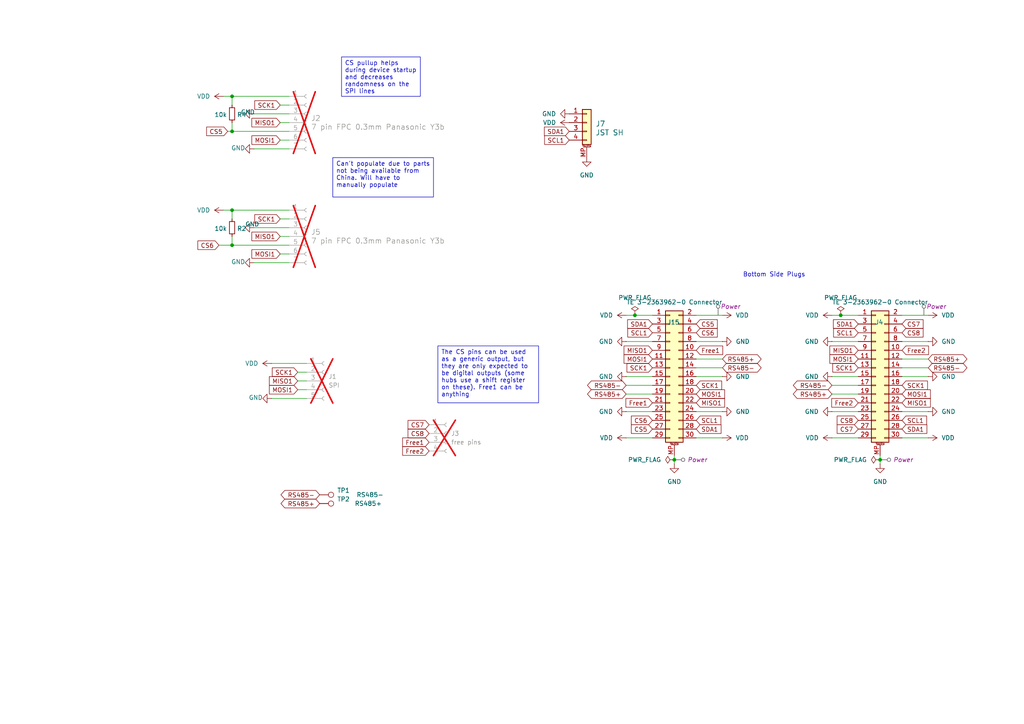
<source format=kicad_sch>
(kicad_sch (version 20231120) (generator "eeschema") (generator_version "8.0")
  (paper "A4")
  (title_block (title "Two connector sensor board") (date "2024-12-27") (rev "V1") (company "Author: Asher Edwards"))
  (lib_symbols
    (symbol "Connector:Conn_01x04_Socket" (pin_names (offset 1.016) hide)
      (property "Reference" "J" (at 0 5.08 0))
      (property "Value" "Conn_01x04_Socket" (at 0 -7.62 0))
      (symbol "Conn_01x04_Socket_1_1"
        (arc (start 0 -4.572) (mid -0.5058 -5.08) (end 0 -5.588) (stroke (width 0.1524)))
        (arc (start 0 -2.032) (mid -0.5058 -2.54) (end 0 -3.048) (stroke (width 0.1524)))
        (polyline (pts (xy -1.27 -5.08) (xy -0.508 -5.08)) (stroke (width 0.1524)))
        (polyline (pts (xy -1.27 -2.54) (xy -0.508 -2.54)) (stroke (width 0.1524)))
        (polyline (pts (xy -1.27 0) (xy -0.508 0)) (stroke (width 0.1524)))
        (polyline (pts (xy -1.27 2.54) (xy -0.508 2.54)) (stroke (width 0.1524)))
        (arc (start 0 0.508) (mid -0.5058 0) (end 0 -0.508) (stroke (width 0.1524)))
        (arc (start 0 3.048) (mid -0.5058 2.54) (end 0 2.032) (stroke (width 0.1524)))
        (pin passive line (at -5.08 2.54 0) (length 3.81) (name "Pin_1") (number "1"))
        (pin passive line (at -5.08 0 0) (length 3.81) (name "Pin_2") (number "2"))
        (pin passive line (at -5.08 -2.54 0) (length 3.81) (name "Pin_3") (number "3"))
        (pin passive line (at -5.08 -5.08 0) (length 3.81) (name "Pin_4") (number "4"))
      )
    )
    (symbol "Connector:Conn_01x05_Socket" (pin_names (offset 1.016) hide)
      (property "Reference" "J" (at 0 7.62 0))
      (property "Value" "Conn_01x05_Socket" (at 0 -7.62 0))
      (symbol "Conn_01x05_Socket_1_1"
        (arc (start 0 -4.572) (mid -0.5058 -5.08) (end 0 -5.588) (stroke (width 0.1524)))
        (arc (start 0 -2.032) (mid -0.5058 -2.54) (end 0 -3.048) (stroke (width 0.1524)))
        (polyline (pts (xy -1.27 -5.08) (xy -0.508 -5.08)) (stroke (width 0.1524)))
        (polyline (pts (xy -1.27 -2.54) (xy -0.508 -2.54)) (stroke (width 0.1524)))
        (polyline (pts (xy -1.27 0) (xy -0.508 0)) (stroke (width 0.1524)))
        (polyline (pts (xy -1.27 2.54) (xy -0.508 2.54)) (stroke (width 0.1524)))
        (polyline (pts (xy -1.27 5.08) (xy -0.508 5.08)) (stroke (width 0.1524)))
        (arc (start 0 0.508) (mid -0.5058 0) (end 0 -0.508) (stroke (width 0.1524)))
        (arc (start 0 3.048) (mid -0.5058 2.54) (end 0 2.032) (stroke (width 0.1524)))
        (arc (start 0 5.588) (mid -0.5058 5.08) (end 0 4.572) (stroke (width 0.1524)))
        (pin passive line (at -5.08 5.08 0) (length 3.81) (name "Pin_1") (number "1"))
        (pin passive line (at -5.08 2.54 0) (length 3.81) (name "Pin_2") (number "2"))
        (pin passive line (at -5.08 0 0) (length 3.81) (name "Pin_3") (number "3"))
        (pin passive line (at -5.08 -2.54 0) (length 3.81) (name "Pin_4") (number "4"))
        (pin passive line (at -5.08 -5.08 0) (length 3.81) (name "Pin_5") (number "5"))
      )
    )
    (symbol "Connector:Conn_01x07_Socket" (pin_names (offset 1.016) hide)
      (property "Reference" "J" (at 0 10.16 0))
      (property "Value" "Conn_01x07_Socket" (at 0 -10.16 0))
      (symbol "Conn_01x07_Socket_1_1"
        (arc (start 0 -7.112) (mid -0.5058 -7.62) (end 0 -8.128) (stroke (width 0.1524)))
        (arc (start 0 -4.572) (mid -0.5058 -5.08) (end 0 -5.588) (stroke (width 0.1524)))
        (arc (start 0 -2.032) (mid -0.5058 -2.54) (end 0 -3.048) (stroke (width 0.1524)))
        (polyline (pts (xy -1.27 -7.62) (xy -0.508 -7.62)) (stroke (width 0.1524)))
        (polyline (pts (xy -1.27 -5.08) (xy -0.508 -5.08)) (stroke (width 0.1524)))
        (polyline (pts (xy -1.27 -2.54) (xy -0.508 -2.54)) (stroke (width 0.1524)))
        (polyline (pts (xy -1.27 0) (xy -0.508 0)) (stroke (width 0.1524)))
        (polyline (pts (xy -1.27 2.54) (xy -0.508 2.54)) (stroke (width 0.1524)))
        (polyline (pts (xy -1.27 5.08) (xy -0.508 5.08)) (stroke (width 0.1524)))
        (polyline (pts (xy -1.27 7.62) (xy -0.508 7.62)) (stroke (width 0.1524)))
        (arc (start 0 0.508) (mid -0.5058 0) (end 0 -0.508) (stroke (width 0.1524)))
        (arc (start 0 3.048) (mid -0.5058 2.54) (end 0 2.032) (stroke (width 0.1524)))
        (arc (start 0 5.588) (mid -0.5058 5.08) (end 0 4.572) (stroke (width 0.1524)))
        (arc (start 0 8.128) (mid -0.5058 7.62) (end 0 7.112) (stroke (width 0.1524)))
        (pin passive line (at -5.08 7.62 0) (length 3.81) (name "Pin_1") (number "1"))
        (pin passive line (at -5.08 5.08 0) (length 3.81) (name "Pin_2") (number "2"))
        (pin passive line (at -5.08 2.54 0) (length 3.81) (name "Pin_3") (number "3"))
        (pin passive line (at -5.08 0 0) (length 3.81) (name "Pin_4") (number "4"))
        (pin passive line (at -5.08 -2.54 0) (length 3.81) (name "Pin_5") (number "5"))
        (pin passive line (at -5.08 -5.08 0) (length 3.81) (name "Pin_6") (number "6"))
        (pin passive line (at -5.08 -7.62 0) (length 3.81) (name "Pin_7") (number "7"))
      )
    )
    (symbol "Connector:TestPoint" (pin_numbers hide) (pin_names (offset 0.762) hide)
      (property "Reference" "TP" (at 0 6.858 0))
      (property "Value" "TestPoint" (at 0 5.08 0))
      (symbol "TestPoint_0_1"
        (circle (center 0 3.302) (radius 0.762))
      )
      (symbol "TestPoint_1_1"
        (pin passive line (at 0 0 90) (length 2.54) (name "1") (number "1"))
      )
    )
    (symbol "Connector_Generic_MountingPin:Conn_01x04_MountingPin" (pin_names (offset 1.016) hide)
      (property "Reference" "J" (at 0 5.08 0))
      (property "Value" "Conn_01x04_MountingPin" (at 1.27 -7.62 0))
      (symbol "Conn_01x04_MountingPin_1_1"
        (rectangle (start -1.27 -4.953) (end 0 -5.207) (stroke (width 0.1524)))
        (rectangle (start -1.27 -2.413) (end 0 -2.667) (stroke (width 0.1524)))
        (rectangle (start -1.27 0.127) (end 0 -0.127) (stroke (width 0.1524)))
        (rectangle (start -1.27 2.667) (end 0 2.413) (stroke (width 0.1524)))
        (rectangle (start -1.27 3.81) (end 1.27 -6.35) (stroke (width 0.254)) (fill (type background)))
        (polyline (pts (xy -1.016 -7.112) (xy 1.016 -7.112)) (stroke (width 0.1524)))
        (text "Mounting" (at 0 -6.731 0) (effects (font (size 0.381 0.381))))
        (pin passive line (at -5.08 2.54 0) (length 3.81) (name "Pin_1") (number "1"))
        (pin passive line (at -5.08 0 0) (length 3.81) (name "Pin_2") (number "2"))
        (pin passive line (at -5.08 -2.54 0) (length 3.81) (name "Pin_3") (number "3"))
        (pin passive line (at -5.08 -5.08 0) (length 3.81) (name "Pin_4") (number "4"))
        (pin passive line (at 0 -10.16 90) (length 3.048) (name "MountPin") (number "MP"))
      )
    )
    (symbol "Connector_Generic_MountingPin:Conn_02x15_Odd_Even_MountingPin" (pin_names (offset 1.016) hide)
      (property "Reference" "J" (at 1.27 20.32 0))
      (property "Value" "Conn_02x15_Odd_Even_MountingPin" (at 2.54 -20.32 0))
      (symbol "Conn_02x15_Odd_Even_MountingPin_1_1"
        (rectangle (start -1.27 -17.653) (end 0 -17.907) (stroke (width 0.1524)))
        (rectangle (start -1.27 -15.113) (end 0 -15.367) (stroke (width 0.1524)))
        (rectangle (start -1.27 -12.573) (end 0 -12.827) (stroke (width 0.1524)))
        (rectangle (start -1.27 -10.033) (end 0 -10.287) (stroke (width 0.1524)))
        (rectangle (start -1.27 -7.493) (end 0 -7.747) (stroke (width 0.1524)))
        (rectangle (start -1.27 -4.953) (end 0 -5.207) (stroke (width 0.1524)))
        (rectangle (start -1.27 -2.413) (end 0 -2.667) (stroke (width 0.1524)))
        (rectangle (start -1.27 0.127) (end 0 -0.127) (stroke (width 0.1524)))
        (rectangle (start -1.27 2.667) (end 0 2.413) (stroke (width 0.1524)))
        (rectangle (start -1.27 5.207) (end 0 4.953) (stroke (width 0.1524)))
        (rectangle (start -1.27 7.747) (end 0 7.493) (stroke (width 0.1524)))
        (rectangle (start -1.27 10.287) (end 0 10.033) (stroke (width 0.1524)))
        (rectangle (start -1.27 12.827) (end 0 12.573) (stroke (width 0.1524)))
        (rectangle (start -1.27 15.367) (end 0 15.113) (stroke (width 0.1524)))
        (rectangle (start -1.27 17.907) (end 0 17.653) (stroke (width 0.1524)))
        (rectangle (start -1.27 19.05) (end 3.81 -19.05) (stroke (width 0.254)) (fill (type background)))
        (polyline (pts (xy 0.254 -19.812) (xy 2.286 -19.812)) (stroke (width 0.1524)))
        (rectangle (start 3.81 -17.653) (end 2.54 -17.907) (stroke (width 0.1524)))
        (rectangle (start 3.81 -15.113) (end 2.54 -15.367) (stroke (width 0.1524)))
        (rectangle (start 3.81 -12.573) (end 2.54 -12.827) (stroke (width 0.1524)))
        (rectangle (start 3.81 -10.033) (end 2.54 -10.287) (stroke (width 0.1524)))
        (rectangle (start 3.81 -7.493) (end 2.54 -7.747) (stroke (width 0.1524)))
        (rectangle (start 3.81 -4.953) (end 2.54 -5.207) (stroke (width 0.1524)))
        (rectangle (start 3.81 -2.413) (end 2.54 -2.667) (stroke (width 0.1524)))
        (rectangle (start 3.81 0.127) (end 2.54 -0.127) (stroke (width 0.1524)))
        (rectangle (start 3.81 2.667) (end 2.54 2.413) (stroke (width 0.1524)))
        (rectangle (start 3.81 5.207) (end 2.54 4.953) (stroke (width 0.1524)))
        (rectangle (start 3.81 7.747) (end 2.54 7.493) (stroke (width 0.1524)))
        (rectangle (start 3.81 10.287) (end 2.54 10.033) (stroke (width 0.1524)))
        (rectangle (start 3.81 12.827) (end 2.54 12.573) (stroke (width 0.1524)))
        (rectangle (start 3.81 15.367) (end 2.54 15.113) (stroke (width 0.1524)))
        (rectangle (start 3.81 17.907) (end 2.54 17.653) (stroke (width 0.1524)))
        (text "Mounting" (at 1.27 -19.431 0) (effects (font (size 0.381 0.381))))
        (pin passive line (at -5.08 17.78 0) (length 3.81) (name "Pin_1") (number "1"))
        (pin passive line (at 7.62 7.62 180) (length 3.81) (name "Pin_10") (number "10"))
        (pin passive line (at -5.08 5.08 0) (length 3.81) (name "Pin_11") (number "11"))
        (pin passive line (at 7.62 5.08 180) (length 3.81) (name "Pin_12") (number "12"))
        (pin passive line (at -5.08 2.54 0) (length 3.81) (name "Pin_13") (number "13"))
        (pin passive line (at 7.62 2.54 180) (length 3.81) (name "Pin_14") (number "14"))
        (pin passive line (at -5.08 0 0) (length 3.81) (name "Pin_15") (number "15"))
        (pin passive line (at 7.62 0 180) (length 3.81) (name "Pin_16") (number "16"))
        (pin passive line (at -5.08 -2.54 0) (length 3.81) (name "Pin_17") (number "17"))
        (pin passive line (at 7.62 -2.54 180) (length 3.81) (name "Pin_18") (number "18"))
        (pin passive line (at -5.08 -5.08 0) (length 3.81) (name "Pin_19") (number "19"))
        (pin passive line (at 7.62 17.78 180) (length 3.81) (name "Pin_2") (number "2"))
        (pin passive line (at 7.62 -5.08 180) (length 3.81) (name "Pin_20") (number "20"))
        (pin passive line (at -5.08 -7.62 0) (length 3.81) (name "Pin_21") (number "21"))
        (pin passive line (at 7.62 -7.62 180) (length 3.81) (name "Pin_22") (number "22"))
        (pin passive line (at -5.08 -10.16 0) (length 3.81) (name "Pin_23") (number "23"))
        (pin passive line (at 7.62 -10.16 180) (length 3.81) (name "Pin_24") (number "24"))
        (pin passive line (at -5.08 -12.7 0) (length 3.81) (name "Pin_25") (number "25"))
        (pin passive line (at 7.62 -12.7 180) (length 3.81) (name "Pin_26") (number "26"))
        (pin passive line (at -5.08 -15.24 0) (length 3.81) (name "Pin_27") (number "27"))
        (pin passive line (at 7.62 -15.24 180) (length 3.81) (name "Pin_28") (number "28"))
        (pin passive line (at -5.08 -17.78 0) (length 3.81) (name "Pin_29") (number "29"))
        (pin passive line (at -5.08 15.24 0) (length 3.81) (name "Pin_3") (number "3"))
        (pin passive line (at 7.62 -17.78 180) (length 3.81) (name "Pin_30") (number "30"))
        (pin passive line (at 7.62 15.24 180) (length 3.81) (name "Pin_4") (number "4"))
        (pin passive line (at -5.08 12.7 0) (length 3.81) (name "Pin_5") (number "5"))
        (pin passive line (at 7.62 12.7 180) (length 3.81) (name "Pin_6") (number "6"))
        (pin passive line (at -5.08 10.16 0) (length 3.81) (name "Pin_7") (number "7"))
        (pin passive line (at 7.62 10.16 180) (length 3.81) (name "Pin_8") (number "8"))
        (pin passive line (at -5.08 7.62 0) (length 3.81) (name "Pin_9") (number "9"))
        (pin passive line (at 1.27 -22.86 90) (length 3.048) (name "MountPin") (number "MP"))
      )
    )
    (symbol "Device:R_Small" (pin_numbers hide) (pin_names (offset 0.254) hide)
      (property "Reference" "R" (at 0.762 0.508 0))
      (property "Value" "R_Small" (at 0.762 -1.016 0))
      (symbol "R_Small_0_1"
        (rectangle (start -0.762 1.778) (end 0.762 -1.778) (stroke (width 0.2032)))
      )
      (symbol "R_Small_1_1"
        (pin passive line (at 0 2.54 270) (length 0.762) (name "~") (number "1"))
        (pin passive line (at 0 -2.54 90) (length 0.762) (name "~") (number "2"))
      )
    )
    (symbol "power:GND" (power) (pin_numbers hide) (pin_names (offset 0) hide)
      (property "Value" "GND" (at 0 -3.81 0))
      (symbol "GND_0_1"
        (polyline (pts (xy 0 0) (xy 0 -1.27) (xy 1.27 -1.27) (xy 0 -2.54) (xy -1.27 -1.27) (xy 0 -1.27)))
      )
      (symbol "GND_1_1"
        (pin power_in line (at 0 0 270) (length 0) (name "~") (number "1"))
      )
    )
    (symbol "power:PWR_FLAG" (power) (pin_numbers hide) (pin_names (offset 0) hide)
      (property "Value" "PWR_FLAG" (at 0 3.81 0))
      (symbol "PWR_FLAG_0_0"
        (pin power_out line (at 0 0 90) (length 0) (name "~") (number "1"))
      )
      (symbol "PWR_FLAG_0_1"
        (polyline (pts (xy 0 0) (xy 0 1.27) (xy -1.016 1.905) (xy 0 2.54) (xy 1.016 1.905) (xy 0 1.27)))
      )
    )
    (symbol "power:VDD" (power) (pin_numbers hide) (pin_names (offset 0) hide)
      (property "Value" "VDD" (at 0 3.556 0))
      (symbol "VDD_0_1"
        (polyline (pts (xy -0.762 1.27) (xy 0 2.54)))
        (polyline (pts (xy 0 0) (xy 0 2.54)))
        (polyline (pts (xy 0 2.54) (xy 0.762 1.27)))
      )
      (symbol "VDD_1_1"
        (pin power_in line (at 0 0 90) (length 0) (name "~") (number "1"))
      )
    )
  )
  (junction (at 243.84 91.44))
  (junction (at 255.27 133.35))
  (junction (at 67.31 27.94))
  (junction (at 67.31 60.96))
  (junction (at 67.31 38.1))
  (junction (at 67.31 71.12))
  (junction (at 184.15 91.44))
  (junction (at 195.58 133.35))
  (wire (pts (xy 67.31 38.1) (xy 83.82 38.1)))
  (wire (pts (xy 67.31 68.58) (xy 67.31 71.12)))
  (wire (pts (xy 66.04 38.1) (xy 67.31 38.1)))
  (wire (pts (xy 181.61 119.38) (xy 189.23 119.38)))
  (wire (pts (xy 81.28 68.58) (xy 83.82 68.58)))
  (wire (pts (xy 209.55 127) (xy 201.93 127)))
  (wire (pts (xy 81.28 63.5) (xy 83.82 63.5)))
  (wire (pts (xy 184.15 91.44) (xy 189.23 91.44)))
  (wire (pts (xy 64.77 60.96) (xy 67.31 60.96)))
  (wire (pts (xy 195.58 134.62) (xy 195.58 133.35)))
  (wire (pts (xy 181.61 127) (xy 189.23 127)))
  (wire (pts (xy 63.5 71.12) (xy 67.31 71.12)))
  (wire (pts (xy 67.31 60.96) (xy 83.82 60.96)))
  (wire (pts (xy 269.24 99.06) (xy 261.62 99.06)))
  (wire (pts (xy 81.28 35.56) (xy 83.82 35.56)))
  (wire (pts (xy 78.74 115.57) (xy 88.9 115.57)))
  (wire (pts (xy 67.31 27.94) (xy 83.82 27.94)))
  (wire (pts (xy 269.24 104.14) (xy 261.62 104.14)))
  (wire (pts (xy 209.55 106.68) (xy 201.93 106.68)))
  (wire (pts (xy 67.31 35.56) (xy 67.31 38.1)))
  (wire (pts (xy 241.3 99.06) (xy 248.92 99.06)))
  (wire (pts (xy 209.55 109.22) (xy 201.93 109.22)))
  (wire (pts (xy 209.55 104.14) (xy 201.93 104.14)))
  (wire (pts (xy 269.24 119.38) (xy 261.62 119.38)))
  (wire (pts (xy 181.61 91.44) (xy 184.15 91.44)))
  (wire (pts (xy 195.58 133.35) (xy 195.58 132.08)))
  (wire (pts (xy 241.3 119.38) (xy 248.92 119.38)))
  (wire (pts (xy 255.27 133.35) (xy 255.27 132.08)))
  (wire (pts (xy 241.3 127) (xy 248.92 127)))
  (wire (pts (xy 181.61 114.3) (xy 189.23 114.3)))
  (wire (pts (xy 81.28 73.66) (xy 83.82 73.66)))
  (wire (pts (xy 81.28 40.64) (xy 83.82 40.64)))
  (wire (pts (xy 241.3 91.44) (xy 243.84 91.44)))
  (wire (pts (xy 241.3 111.76) (xy 248.92 111.76)))
  (wire (pts (xy 64.77 27.94) (xy 67.31 27.94)))
  (wire (pts (xy 241.3 114.3) (xy 248.92 114.3)))
  (wire (pts (xy 269.24 127) (xy 261.62 127)))
  (wire (pts (xy 181.61 99.06) (xy 189.23 99.06)))
  (wire (pts (xy 81.28 30.48) (xy 83.82 30.48)))
  (wire (pts (xy 73.66 43.18) (xy 83.82 43.18)))
  (wire (pts (xy 78.74 105.41) (xy 88.9 105.41)))
  (wire (pts (xy 73.66 76.2) (xy 83.82 76.2)))
  (wire (pts (xy 181.61 111.76) (xy 189.23 111.76)))
  (wire (pts (xy 209.55 119.38) (xy 201.93 119.38)))
  (wire (pts (xy 241.3 109.22) (xy 248.92 109.22)))
  (wire (pts (xy 209.55 91.44) (xy 201.93 91.44)))
  (wire (pts (xy 255.27 134.62) (xy 255.27 133.35)))
  (wire (pts (xy 86.36 110.49) (xy 88.9 110.49)))
  (wire (pts (xy 243.84 91.44) (xy 248.92 91.44)))
  (wire (pts (xy 67.31 63.5) (xy 67.31 60.96)))
  (wire (pts (xy 86.36 107.95) (xy 88.9 107.95)))
  (wire (pts (xy 73.66 33.02) (xy 83.82 33.02)))
  (wire (pts (xy 181.61 109.22) (xy 189.23 109.22)))
  (wire (pts (xy 67.31 30.48) (xy 67.31 27.94)))
  (wire (pts (xy 269.24 91.44) (xy 261.62 91.44)))
  (wire (pts (xy 67.31 71.12) (xy 83.82 71.12)))
  (wire (pts (xy 86.36 113.03) (xy 88.9 113.03)))
  (wire (pts (xy 269.24 109.22) (xy 261.62 109.22)))
  (wire (pts (xy 209.55 99.06) (xy 201.93 99.06)))
  (wire (pts (xy 269.24 106.68) (xy 261.62 106.68)))
  (wire (pts (xy 73.66 66.04) (xy 83.82 66.04)))
  (text_box "Can't populate due to parts not being available from China. Will have to manually populate" (at 96.52 45.72 0) (size 29.21 11.43) (effects (font (size 1.27 1.27)) (justify left top)))
  (text_box "CS pullup helps during device startup and decreases randomness on the SPI lines" (at 99.06 16.51 0) (size 22.86 11.43) (effects (font (size 1.27 1.27)) (justify left top)))
  (text_box "The CS pins can be used as a generic output, but they are only expected to be digital outputs (some hubs use a shift register on these). Free1 can be anything" (at 127 100.33 0) (size 29.21 16.51) (effects (font (size 1.27 1.27)) (justify left top)))
  (text "Bottom Side Plugs" (at 224.536 79.756 0) (effects (font (size 1.27 1.27))))
  (global_label "SCL1" (shape input) (at 261.62 121.92 0) (property "Intersheetrefs" "${INTERSHEET_REFS}" (effects (hide yes))))
  (global_label "SCL1" (shape input) (at 201.93 121.92 0) (property "Intersheetrefs" "${INTERSHEET_REFS}" (effects (hide yes))))
  (global_label "CS5" (shape input) (at 66.04 38.1 180) (property "Intersheetrefs" "${INTERSHEET_REFS}" (effects (hide yes))))
  (global_label "CS6" (shape input) (at 63.5 71.12 180) (property "Intersheetrefs" "${INTERSHEET_REFS}" (effects (hide yes))))
  (global_label "MISO1" (shape input) (at 86.36 110.49 180) (property "Intersheetrefs" "${INTERSHEET_REFS}" (effects (hide yes))))
  (global_label "RS485-" (shape bidirectional) (at 241.3 111.76 180) (property "Intersheetrefs" "${INTERSHEET_REFS}" (effects (hide yes))))
  (global_label "SCK1" (shape input) (at 261.62 111.76 0) (property "Intersheetrefs" "${INTERSHEET_REFS}" (effects (hide yes))))
  (global_label "Free2" (shape input) (at 124.46 130.81 180) (property "Intersheetrefs" "${INTERSHEET_REFS}" (effects (hide yes))))
  (global_label "RS485+" (shape bidirectional) (at 181.61 114.3 180) (property "Intersheetrefs" "${INTERSHEET_REFS}" (effects (hide yes))))
  (global_label "SCL1" (shape input) (at 248.92 96.52 180) (property "Intersheetrefs" "${INTERSHEET_REFS}" (effects (hide yes))))
  (global_label "RS485+" (shape bidirectional) (at 269.24 104.14 0) (property "Intersheetrefs" "${INTERSHEET_REFS}" (effects (hide yes))))
  (global_label "SCL1" (shape input) (at 189.23 96.52 180) (property "Intersheetrefs" "${INTERSHEET_REFS}" (effects (hide yes))))
  (global_label "MOSI1" (shape input) (at 86.36 113.03 180) (property "Intersheetrefs" "${INTERSHEET_REFS}" (effects (hide yes))))
  (global_label "RS485-" (shape bidirectional) (at 269.24 106.68 0) (property "Intersheetrefs" "${INTERSHEET_REFS}" (effects (hide yes))))
  (global_label "SCK1" (shape input) (at 201.93 111.76 0) (property "Intersheetrefs" "${INTERSHEET_REFS}" (effects (hide yes))))
  (global_label "RS485+" (shape bidirectional) (at 241.3 114.3 180) (property "Intersheetrefs" "${INTERSHEET_REFS}" (effects (hide yes))))
  (global_label "CS5" (shape input) (at 201.93 93.98 0) (property "Intersheetrefs" "${INTERSHEET_REFS}" (effects (hide yes))))
  (global_label "CS6" (shape input) (at 201.93 96.52 0) (property "Intersheetrefs" "${INTERSHEET_REFS}" (effects (hide yes))))
  (global_label "MISO1" (shape input) (at 81.28 68.58 180) (property "Intersheetrefs" "${INTERSHEET_REFS}" (effects (hide yes))))
  (global_label "MOSI1" (shape input) (at 261.62 114.3 0) (property "Intersheetrefs" "${INTERSHEET_REFS}" (effects (hide yes))))
  (global_label "SDA1" (shape input) (at 165.1 38.1 180) (property "Intersheetrefs" "${INTERSHEET_REFS}" (effects (hide yes))))
  (global_label "SCL1" (shape input) (at 165.1 40.64 180) (property "Intersheetrefs" "${INTERSHEET_REFS}" (effects (hide yes))))
  (global_label "SCK1" (shape input) (at 81.28 30.48 180) (property "Intersheetrefs" "${INTERSHEET_REFS}" (effects (hide yes))))
  (global_label "CS5" (shape input) (at 189.23 124.46 180) (property "Intersheetrefs" "${INTERSHEET_REFS}" (effects (hide yes))))
  (global_label "CS8" (shape input) (at 124.46 125.73 180) (property "Intersheetrefs" "${INTERSHEET_REFS}" (effects (hide yes))))
  (global_label "MOSI1" (shape input) (at 189.23 104.14 180) (property "Intersheetrefs" "${INTERSHEET_REFS}" (effects (hide yes))))
  (global_label "MOSI1" (shape input) (at 248.92 104.14 180) (property "Intersheetrefs" "${INTERSHEET_REFS}" (effects (hide yes))))
  (global_label "Free2" (shape input) (at 248.92 116.84 180) (property "Intersheetrefs" "${INTERSHEET_REFS}" (effects (hide yes))))
  (global_label "CS8" (shape input) (at 248.92 121.92 180) (property "Intersheetrefs" "${INTERSHEET_REFS}" (effects (hide yes))))
  (global_label "RS485-" (shape bidirectional) (at 181.61 111.76 180) (property "Intersheetrefs" "${INTERSHEET_REFS}" (effects (hide yes))))
  (global_label "MOSI1" (shape input) (at 81.28 73.66 180) (property "Intersheetrefs" "${INTERSHEET_REFS}" (effects (hide yes))))
  (global_label "MISO1" (shape input) (at 81.28 35.56 180) (property "Intersheetrefs" "${INTERSHEET_REFS}" (effects (hide yes))))
  (global_label "SCK1" (shape input) (at 86.36 107.95 180) (property "Intersheetrefs" "${INTERSHEET_REFS}" (effects (hide yes))))
  (global_label "SCK1" (shape input) (at 189.23 106.68 180) (property "Intersheetrefs" "${INTERSHEET_REFS}" (effects (hide yes))))
  (global_label "Free1" (shape input) (at 124.46 128.27 180) (property "Intersheetrefs" "${INTERSHEET_REFS}" (effects (hide yes))))
  (global_label "SCK1" (shape input) (at 81.28 63.5 180) (property "Intersheetrefs" "${INTERSHEET_REFS}" (effects (hide yes))))
  (global_label "MOSI1" (shape input) (at 201.93 114.3 0) (property "Intersheetrefs" "${INTERSHEET_REFS}" (effects (hide yes))))
  (global_label "MISO1" (shape input) (at 248.92 101.6 180) (property "Intersheetrefs" "${INTERSHEET_REFS}" (effects (hide yes))))
  (global_label "CS7" (shape input) (at 124.46 123.19 180) (property "Intersheetrefs" "${INTERSHEET_REFS}" (effects (hide yes))))
  (global_label "Free1" (shape input) (at 189.23 116.84 180) (property "Intersheetrefs" "${INTERSHEET_REFS}" (effects (hide yes))))
  (global_label "SDA1" (shape input) (at 261.62 124.46 0) (property "Intersheetrefs" "${INTERSHEET_REFS}" (effects (hide yes))))
  (global_label "SDA1" (shape input) (at 201.93 124.46 0) (property "Intersheetrefs" "${INTERSHEET_REFS}" (effects (hide yes))))
  (global_label "CS6" (shape input) (at 189.23 121.92 180) (property "Intersheetrefs" "${INTERSHEET_REFS}" (effects (hide yes))))
  (global_label "MISO1" (shape input) (at 189.23 101.6 180) (property "Intersheetrefs" "${INTERSHEET_REFS}" (effects (hide yes))))
  (global_label "MISO1" (shape input) (at 201.93 116.84 0) (property "Intersheetrefs" "${INTERSHEET_REFS}" (effects (hide yes))))
  (global_label "SDA1" (shape input) (at 189.23 93.98 180) (property "Intersheetrefs" "${INTERSHEET_REFS}" (effects (hide yes))))
  (global_label "Free1" (shape input) (at 201.93 101.6 0) (property "Intersheetrefs" "${INTERSHEET_REFS}" (effects (hide yes))))
  (global_label "Free2" (shape input) (at 261.62 101.6 0) (property "Intersheetrefs" "${INTERSHEET_REFS}" (effects (hide yes))))
  (global_label "RS485+" (shape bidirectional) (at 209.55 104.14 0) (property "Intersheetrefs" "${INTERSHEET_REFS}" (effects (hide yes))))
  (global_label "MOSI1" (shape input) (at 81.28 40.64 180) (property "Intersheetrefs" "${INTERSHEET_REFS}" (effects (hide yes))))
  (global_label "SCK1" (shape input) (at 248.92 106.68 180) (property "Intersheetrefs" "${INTERSHEET_REFS}" (effects (hide yes))))
  (global_label "RS485-" (shape bidirectional) (at 92.71 143.51 180) (property "Intersheetrefs" "${INTERSHEET_REFS}" (effects (hide yes))))
  (global_label "SDA1" (shape input) (at 248.92 93.98 180) (property "Intersheetrefs" "${INTERSHEET_REFS}" (effects (hide yes))))
  (global_label "CS8" (shape input) (at 261.62 96.52 0) (property "Intersheetrefs" "${INTERSHEET_REFS}" (effects (hide yes))))
  (global_label "RS485-" (shape bidirectional) (at 209.55 106.68 0) (property "Intersheetrefs" "${INTERSHEET_REFS}" (effects (hide yes))))
  (global_label "CS7" (shape input) (at 261.62 93.98 0) (property "Intersheetrefs" "${INTERSHEET_REFS}" (effects (hide yes))))
  (global_label "MISO1" (shape input) (at 261.62 116.84 0) (property "Intersheetrefs" "${INTERSHEET_REFS}" (effects (hide yes))))
  (global_label "CS7" (shape input) (at 248.92 124.46 180) (property "Intersheetrefs" "${INTERSHEET_REFS}" (effects (hide yes))))
  (global_label "RS485+" (shape bidirectional) (at 92.71 146.05 180) (property "Intersheetrefs" "${INTERSHEET_REFS}" (effects (hide yes))))
  (netclass_flag "" (length 2.54) (shape round) (at 255.27 133.35 270) (property "Netclass" "Power" (at 259.08 133.35 0) (effects (font (italic yes)) (justify left))))
  (netclass_flag "" (length 2.54) (shape round) (at 267.97 91.44 0) (property "Netclass" "Power" (at 268.6685 88.9 0) (effects (font (italic yes)) (justify left))))
  (netclass_flag "" (length 2.54) (shape round) (at 208.28 91.44 0) (property "Netclass" "Power" (at 208.9785 88.9 0) (effects (font (italic yes)) (justify left))))
  (netclass_flag "" (length 2.54) (shape round) (at 195.58 133.35 270) (property "Netclass" "Power" (at 199.39 133.35 0) (effects (font (italic yes)) (justify left))))
  (symbol (lib_id "Device:R_Small") (at 67.31 66.04 0) (unit 1)
    (property "Reference" "R2" (at 70.104 66.294 0))
    (property "Value" "10k" (at 64.008 66.294 0))
    (property "Footprint" "Resistor_SMD:R_0402_1005Metric" (effects (hide yes)))
    (property "Description" "Resistor, small symbol" (effects (hide yes)))
    (property "LCSC" "C25744" (effects (hide yes)))
  )
  (symbol (lib_id "power:GND") (at 255.27 134.62 0) (unit 1)
    (property "Reference" "#PWR022" (effects (hide yes)))
    (property "Value" "GND" (at 255.27 139.7 0))
    (property "Description" "Power symbol creates a global label with name \"GND\" , ground" (effects (hide yes)))
  )
  (symbol (lib_id "power:GND") (at 165.1 33.02 270) (mirror x) (unit 1)
    (property "Reference" "#PWR06" (effects (hide yes)))
    (property "Value" "GND" (at 161.29 33.0201 90) (effects (justify right)))
    (property "Description" "Power symbol creates a global label with name \"GND\" , ground" (effects (hide yes)))
  )
  (symbol (lib_id "Connector:TestPoint") (at 92.71 143.51 270) (unit 1) (in_bom no)
    (property "Reference" "TP1" (at 97.79 142.2399 90) (effects (justify left)))
    (property "Value" "RS485-" (at 103.378 143.51 90) (effects (justify left)))
    (property "Footprint" "TestPoint:TestPoint_Pad_D1.0mm" (effects (hide yes)))
    (property "Description" "test point" (effects (hide yes)))
  )
  (symbol (lib_id "power:GND") (at 209.55 99.06 90) (mirror x) (unit 1)
    (property "Reference" "#PWR039" (effects (hide yes)))
    (property "Value" "GND" (at 213.36 99.0599 90) (effects (justify right)))
    (property "Description" "Power symbol creates a global label with name \"GND\" , ground" (effects (hide yes)))
  )
  (symbol (lib_id "power:GND") (at 269.24 119.38 90) (mirror x) (unit 1)
    (property "Reference" "#PWR019" (effects (hide yes)))
    (property "Value" "GND" (at 273.05 119.3799 90) (effects (justify right)))
    (property "Description" "Power symbol creates a global label with name \"GND\" , ground" (effects (hide yes)))
  )
  (symbol (lib_id "power:GND") (at 181.61 119.38 270) (mirror x) (unit 1)
    (property "Reference" "#PWR047" (effects (hide yes)))
    (property "Value" "GND" (at 177.8 119.3801 90) (effects (justify right)))
    (property "Description" "Power symbol creates a global label with name \"GND\" , ground" (effects (hide yes)))
  )
  (symbol (lib_id "Connector_Generic_MountingPin:Conn_01x04_MountingPin") (at 170.18 35.56 0) (unit 1)
    (property "Reference" "J7" (at 172.72 35.9155 0) (effects (font (size 1.524 1.524)) (justify left)))
    (property "Value" "JST SH" (at 172.72 38.4555 0) (effects (font (size 1.524 1.524)) (justify left)))
    (property "Footprint" "Connector_JST:JST_SH_SM04B-SRSS-TB_1x04-1MP_P1.00mm_Horizontal" (effects (hide yes)))
    (property "Description" "Generic connectable mounting pin connector, single row, 01x04, script generated (kicad-library-utils/schlib/autogen/connector/)" (effects (hide yes)))
    (property "LCSC" "C160404" (effects (hide yes)))
  )
  (symbol (lib_id "power:GND") (at 241.3 109.22 270) (mirror x) (unit 1)
    (property "Reference" "#PWR016" (effects (hide yes)))
    (property "Value" "GND" (at 237.49 109.2201 90) (effects (justify right)))
    (property "Description" "Power symbol creates a global label with name \"GND\" , ground" (effects (hide yes)))
  )
  (symbol (lib_id "power:GND") (at 78.74 115.57 270) (unit 1)
    (property "Reference" "#PWR012" (effects (hide yes)))
    (property "Value" "GND" (at 74.168 115.316 90))
    (property "Description" "Power symbol creates a global label with name \"GND\" , ground" (effects (hide yes)))
  )
  (symbol (lib_id "power:GND") (at 73.66 33.02 270) (unit 1)
    (property "Reference" "#PWR02" (effects (hide yes)))
    (property "Value" "GND" (at 71.882 32.512 90))
    (property "Description" "Power symbol creates a global label with name \"GND\" , ground" (effects (hide yes)))
  )
  (symbol (lib_id "power:GND") (at 209.55 109.22 90) (mirror x) (unit 1)
    (property "Reference" "#PWR044" (effects (hide yes)))
    (property "Value" "GND" (at 213.36 109.2199 90) (effects (justify right)))
    (property "Description" "Power symbol creates a global label with name \"GND\" , ground" (effects (hide yes)))
  )
  (symbol (lib_id "power:PWR_FLAG") (at 255.27 133.35 90) (unit 1)
    (property "Reference" "#FLG04" (effects (hide yes)))
    (property "Value" "PWR_FLAG" (at 251.46 133.3499 90) (effects (justify left)))
    (property "Description" "Special symbol for telling ERC where power comes from" (effects (hide yes)))
  )
  (symbol (lib_id "Connector:Conn_01x04_Socket") (at 129.54 125.73 0) (unit 1) (dnp yes)
    (property "Reference" "J3" (at 130.81 125.7299 0) (effects (justify left)))
    (property "Value" "free pins" (at 130.81 128.2699 0) (effects (justify left)))
    (property "Footprint" "Connector_PinHeader_1.27mm:PinHeader_1x04_P1.27mm_Vertical" (effects (hide yes)))
    (property "Description" "Generic connector, single row, 01x04, script generated" (effects (hide yes)))
  )
  (symbol (lib_id "power:VDD") (at 78.74 105.41 90) (unit 1)
    (property "Reference" "#PWR09" (effects (hide yes)))
    (property "Value" "VDD" (at 74.93 105.4099 90) (effects (justify left)))
    (property "Description" "Power symbol creates a global label with name \"VDD\"" (effects (hide yes)))
  )
  (symbol (lib_id "power:GND") (at 73.66 43.18 270) (unit 1)
    (property "Reference" "#PWR03" (effects (hide yes)))
    (property "Value" "GND" (at 69.088 42.926 90))
    (property "Description" "Power symbol creates a global label with name \"GND\" , ground" (effects (hide yes)))
  )
  (symbol (lib_id "power:PWR_FLAG") (at 195.58 133.35 90) (unit 1)
    (property "Reference" "#FLG01" (effects (hide yes)))
    (property "Value" "PWR_FLAG" (at 191.77 133.3499 90) (effects (justify left)))
    (property "Description" "Special symbol for telling ERC where power comes from" (effects (hide yes)))
  )
  (symbol (lib_id "power:VDD") (at 241.3 127 90) (mirror x) (unit 1)
    (property "Reference" "#PWR020" (effects (hide yes)))
    (property "Value" "VDD" (at 237.49 127.0001 90) (effects (justify left)))
    (property "Description" "Power symbol creates a global label with name \"VDD\"" (effects (hide yes)))
  )
  (symbol (lib_id "power:VDD") (at 209.55 91.44 270) (mirror x) (unit 1)
    (property "Reference" "#PWR034" (effects (hide yes)))
    (property "Value" "VDD" (at 213.36 91.4399 90) (effects (justify left)))
    (property "Description" "Power symbol creates a global label with name \"VDD\"" (effects (hide yes)))
  )
  (symbol (lib_id "power:GND") (at 269.24 109.22 90) (mirror x) (unit 1)
    (property "Reference" "#PWR017" (effects (hide yes)))
    (property "Value" "GND" (at 273.05 109.2199 90) (effects (justify right)))
    (property "Description" "Power symbol creates a global label with name \"GND\" , ground" (effects (hide yes)))
  )
  (symbol (lib_id "power:GND") (at 241.3 99.06 270) (mirror x) (unit 1)
    (property "Reference" "#PWR014" (effects (hide yes)))
    (property "Value" "GND" (at 237.49 99.0601 90) (effects (justify right)))
    (property "Description" "Power symbol creates a global label with name \"GND\" , ground" (effects (hide yes)))
  )
  (symbol (lib_id "power:GND") (at 195.58 134.62 0) (unit 1)
    (property "Reference" "#PWR055" (effects (hide yes)))
    (property "Value" "GND" (at 195.58 139.7 0))
    (property "Description" "Power symbol creates a global label with name \"GND\" , ground" (effects (hide yes)))
  )
  (symbol (lib_id "Connector_Generic_MountingPin:Conn_02x15_Odd_Even_MountingPin") (at 194.31 109.22 0) (unit 1)
    (property "Reference" "J15" (at 195.326 93.472 0))
    (property "Value" "TE 3-2363962-0 Connector" (at 195.58 87.63 0))
    (property "Footprint" "custom_testpoints:TE_mezzanine_conn_3-2363962-0" (effects (hide yes)))
    (property "Description" "Generic connectable mounting pin connector, double row, 02x15, odd/even pin numbering scheme (row 1 odd numbers, row 2 even numbers), script generated (kicad-library-utils/schlib/autogen/connector/)" (effects (hide yes)))
    (property "LCSC" "C425104" (effects (hide yes)))
  )
  (symbol (lib_id "power:GND") (at 241.3 119.38 270) (mirror x) (unit 1)
    (property "Reference" "#PWR018" (effects (hide yes)))
    (property "Value" "GND" (at 237.49 119.3801 90) (effects (justify right)))
    (property "Description" "Power symbol creates a global label with name \"GND\" , ground" (effects (hide yes)))
  )
  (symbol (lib_id "power:GND") (at 181.61 109.22 270) (mirror x) (unit 1)
    (property "Reference" "#PWR043" (effects (hide yes)))
    (property "Value" "GND" (at 177.8 109.2201 90) (effects (justify right)))
    (property "Description" "Power symbol creates a global label with name \"GND\" , ground" (effects (hide yes)))
  )
  (symbol (lib_id "power:PWR_FLAG") (at 184.15 91.44 0) (unit 1)
    (property "Reference" "#FLG02" (effects (hide yes)))
    (property "Value" "PWR_FLAG" (at 184.15 86.36 0))
    (property "Description" "Special symbol for telling ERC where power comes from" (effects (hide yes)))
  )
  (symbol (lib_id "power:GND") (at 73.66 76.2 270) (unit 1)
    (property "Reference" "#PWR010" (effects (hide yes)))
    (property "Value" "GND" (at 69.088 75.946 90))
    (property "Description" "Power symbol creates a global label with name \"GND\" , ground" (effects (hide yes)))
  )
  (symbol (lib_id "Connector_Generic_MountingPin:Conn_02x15_Odd_Even_MountingPin") (at 254 109.22 0) (unit 1)
    (property "Reference" "J4" (at 255.016 93.472 0))
    (property "Value" "TE 3-2363962-0 Connector" (at 255.27 87.63 0))
    (property "Footprint" "custom_testpoints:TE_mezzanine_conn_3-2363962-0" (effects (hide yes)))
    (property "Description" "Generic connectable mounting pin connector, double row, 02x15, odd/even pin numbering scheme (row 1 odd numbers, row 2 even numbers), script generated (kicad-library-utils/schlib/autogen/connector/)" (effects (hide yes)))
    (property "LCSC" "C425104" (effects (hide yes)))
  )
  (symbol (lib_id "power:VDD") (at 269.24 91.44 270) (mirror x) (unit 1)
    (property "Reference" "#PWR013" (effects (hide yes)))
    (property "Value" "VDD" (at 273.05 91.4399 90) (effects (justify left)))
    (property "Description" "Power symbol creates a global label with name \"VDD\"" (effects (hide yes)))
  )
  (symbol (lib_id "power:VDD") (at 165.1 35.56 90) (mirror x) (unit 1)
    (property "Reference" "#PWR07" (effects (hide yes)))
    (property "Value" "VDD" (at 161.29 35.5601 90) (effects (justify left)))
    (property "Description" "Power symbol creates a global label with name \"VDD\"" (effects (hide yes)))
  )
  (symbol (lib_id "Connector:Conn_01x07_Socket") (at 88.9 68.58 0) (unit 1) (dnp yes)
    (property "Reference" "J5" (at 90.17 67.3099 0) (effects (font (size 1.524 1.524)) (justify left)))
    (property "Value" "7 pin FPC 0.3mm Panasonic Y3b" (at 90.17 69.8499 0) (effects (font (size 1.524 1.524)) (justify left)))
    (property "Footprint" "custom_Interface_HID:fpc_7pin_0.3mm_connector Panasonic" (effects (hide yes)))
    (property "Description" "Generic connector, single row, 01x07, script generated" (effects (hide yes)))
  )
  (symbol (lib_id "power:VDD") (at 181.61 91.44 90) (mirror x) (unit 1)
    (property "Reference" "#PWR033" (effects (hide yes)))
    (property "Value" "VDD" (at 177.8 91.4401 90) (effects (justify left)))
    (property "Description" "Power symbol creates a global label with name \"VDD\"" (effects (hide yes)))
  )
  (symbol (lib_id "power:VDD") (at 269.24 127 270) (mirror x) (unit 1)
    (property "Reference" "#PWR021" (effects (hide yes)))
    (property "Value" "VDD" (at 273.05 126.9999 90) (effects (justify left)))
    (property "Description" "Power symbol creates a global label with name \"VDD\"" (effects (hide yes)))
  )
  (symbol (lib_id "Connector:Conn_01x07_Socket") (at 88.9 35.56 0) (unit 1) (dnp yes)
    (property "Reference" "J2" (at 90.17 34.2899 0) (effects (font (size 1.524 1.524)) (justify left)))
    (property "Value" "7 pin FPC 0.3mm Panasonic Y3b" (at 90.17 36.8299 0) (effects (font (size 1.524 1.524)) (justify left)))
    (property "Footprint" "custom_Interface_HID:fpc_7pin_0.3mm_connector Panasonic" (effects (hide yes)))
    (property "Description" "Generic connector, single row, 01x07, script generated" (effects (hide yes)))
  )
  (symbol (lib_id "Connector:Conn_01x05_Socket") (at 93.98 110.49 0) (unit 1) (dnp yes)
    (property "Reference" "J1" (at 95.25 109.2199 0) (effects (justify left)))
    (property "Value" "SPI" (at 95.25 111.7599 0) (effects (justify left)))
    (property "Footprint" "Connector_PinHeader_1.27mm:PinHeader_1x05_P1.27mm_Vertical" (effects (hide yes)))
    (property "Description" "Generic connector, single row, 01x05, script generated" (effects (hide yes)))
  )
  (symbol (lib_id "power:VDD") (at 241.3 91.44 90) (mirror x) (unit 1)
    (property "Reference" "#PWR011" (effects (hide yes)))
    (property "Value" "VDD" (at 237.49 91.4401 90) (effects (justify left)))
    (property "Description" "Power symbol creates a global label with name \"VDD\"" (effects (hide yes)))
  )
  (symbol (lib_id "power:GND") (at 181.61 99.06 270) (mirror x) (unit 1)
    (property "Reference" "#PWR038" (effects (hide yes)))
    (property "Value" "GND" (at 177.8 99.0601 90) (effects (justify right)))
    (property "Description" "Power symbol creates a global label with name \"GND\" , ground" (effects (hide yes)))
  )
  (symbol (lib_id "Connector:TestPoint") (at 92.71 146.05 270) (unit 1) (in_bom no)
    (property "Reference" "TP2" (at 97.79 144.7799 90) (effects (justify left)))
    (property "Value" "RS485+" (at 102.87 146.05 90) (effects (justify left)))
    (property "Footprint" "TestPoint:TestPoint_Pad_D1.0mm" (effects (hide yes)))
    (property "Description" "test point" (effects (hide yes)))
  )
  (symbol (lib_id "power:VDD") (at 64.77 60.96 90) (unit 1)
    (property "Reference" "#PWR04" (effects (hide yes)))
    (property "Value" "VDD" (at 60.96 60.9599 90) (effects (justify left)))
    (property "Description" "Power symbol creates a global label with name \"VDD\"" (effects (hide yes)))
  )
  (symbol (lib_id "power:VDD") (at 181.61 127 90) (mirror x) (unit 1)
    (property "Reference" "#PWR051" (effects (hide yes)))
    (property "Value" "VDD" (at 177.8 127.0001 90) (effects (justify left)))
    (property "Description" "Power symbol creates a global label with name \"VDD\"" (effects (hide yes)))
  )
  (symbol (lib_id "power:VDD") (at 64.77 27.94 90) (unit 1)
    (property "Reference" "#PWR01" (effects (hide yes)))
    (property "Value" "VDD" (at 60.96 27.9399 90) (effects (justify left)))
    (property "Description" "Power symbol creates a global label with name \"VDD\"" (effects (hide yes)))
  )
  (symbol (lib_id "power:GND") (at 209.55 119.38 90) (mirror x) (unit 1)
    (property "Reference" "#PWR048" (effects (hide yes)))
    (property "Value" "GND" (at 213.36 119.3799 90) (effects (justify right)))
    (property "Description" "Power symbol creates a global label with name \"GND\" , ground" (effects (hide yes)))
  )
  (symbol (lib_id "power:GND") (at 269.24 99.06 90) (mirror x) (unit 1)
    (property "Reference" "#PWR015" (effects (hide yes)))
    (property "Value" "GND" (at 273.05 99.0599 90) (effects (justify right)))
    (property "Description" "Power symbol creates a global label with name \"GND\" , ground" (effects (hide yes)))
  )
  (symbol (lib_id "power:GND") (at 73.66 66.04 270) (unit 1)
    (property "Reference" "#PWR05" (effects (hide yes)))
    (property "Value" "GND" (at 73.152 65.024 90))
    (property "Description" "Power symbol creates a global label with name \"GND\" , ground" (effects (hide yes)))
  )
  (symbol (lib_id "power:VDD") (at 209.55 127 270) (mirror x) (unit 1)
    (property "Reference" "#PWR052" (effects (hide yes)))
    (property "Value" "VDD" (at 213.36 126.9999 90) (effects (justify left)))
    (property "Description" "Power symbol creates a global label with name \"VDD\"" (effects (hide yes)))
  )
  (symbol (lib_id "Device:R_Small") (at 67.31 33.02 0) (unit 1)
    (property "Reference" "R4" (at 70.104 33.274 0))
    (property "Value" "10k" (at 64.008 33.274 0))
    (property "Footprint" "Resistor_SMD:R_0402_1005Metric" (effects (hide yes)))
    (property "Description" "Resistor, small symbol" (effects (hide yes)))
    (property "LCSC" "C25744" (effects (hide yes)))
  )
  (symbol (lib_id "power:GND") (at 170.18 45.72 0) (mirror y) (unit 1)
    (property "Reference" "#PWR08" (effects (hide yes)))
    (property "Value" "GND" (at 170.18 50.8 0))
    (property "Description" "Power symbol creates a global label with name \"GND\" , ground" (effects (hide yes)))
  )
  (symbol (lib_id "power:PWR_FLAG") (at 243.84 91.44 0) (unit 1)
    (property "Reference" "#FLG03" (effects (hide yes)))
    (property "Value" "PWR_FLAG" (at 243.84 86.36 0))
    (property "Description" "Special symbol for telling ERC where power comes from" (effects (hide yes)))
  )
)
</source>
